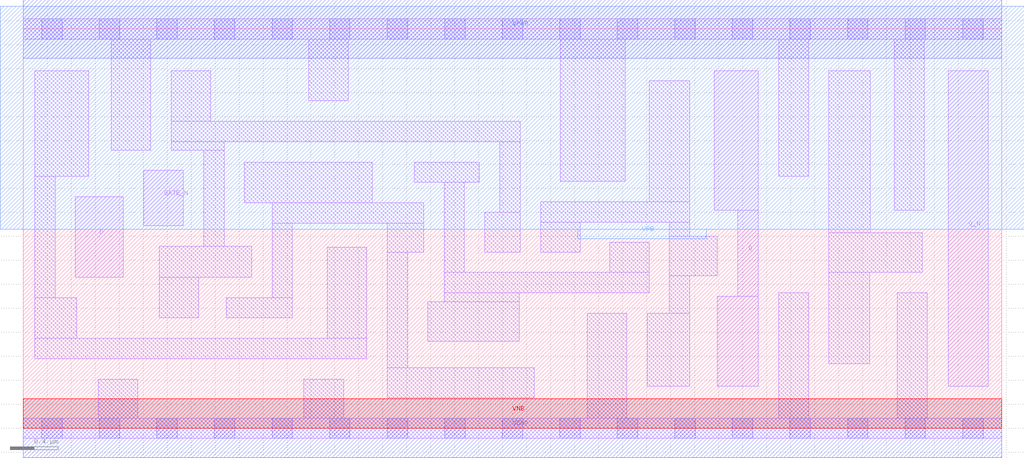
<source format=lef>
# Copyright 2020 The SkyWater PDK Authors
#
# Licensed under the Apache License, Version 2.0 (the "License");
# you may not use this file except in compliance with the License.
# You may obtain a copy of the License at
#
#     https://www.apache.org/licenses/LICENSE-2.0
#
# Unless required by applicable law or agreed to in writing, software
# distributed under the License is distributed on an "AS IS" BASIS,
# WITHOUT WARRANTIES OR CONDITIONS OF ANY KIND, either express or implied.
# See the License for the specific language governing permissions and
# limitations under the License.
#
# SPDX-License-Identifier: Apache-2.0

VERSION 5.7 ;
  NOWIREEXTENSIONATPIN ON ;
  DIVIDERCHAR "/" ;
  BUSBITCHARS "[]" ;
MACRO sky130_fd_sc_ls__dlxbn_1
  CLASS CORE ;
  FOREIGN sky130_fd_sc_ls__dlxbn_1 ;
  ORIGIN  0.000000  0.000000 ;
  SIZE  8.160000 BY  3.330000 ;
  SYMMETRY X Y ;
  SITE unit ;
  PIN D
    ANTENNAGATEAREA  0.208500 ;
    DIRECTION INPUT ;
    USE SIGNAL ;
    PORT
      LAYER li1 ;
        RECT 0.435000 1.260000 0.835000 1.930000 ;
    END
  END D
  PIN Q
    ANTENNADIFFAREA  0.524500 ;
    DIRECTION OUTPUT ;
    USE SIGNAL ;
    PORT
      LAYER li1 ;
        RECT 5.765000 1.820000 6.130000 2.980000 ;
        RECT 5.790000 0.350000 6.130000 1.100000 ;
        RECT 5.960000 1.100000 6.130000 1.820000 ;
    END
  END Q
  PIN Q_N
    ANTENNADIFFAREA  0.537600 ;
    DIRECTION OUTPUT ;
    USE SIGNAL ;
    PORT
      LAYER li1 ;
        RECT 7.715000 0.350000 8.050000 2.980000 ;
    END
  END Q_N
  PIN VNB
    PORT
      LAYER pwell ;
        RECT 0.000000 0.000000 8.160000 0.245000 ;
    END
  END VNB
  PIN VPB
    PORT
      LAYER nwell ;
        RECT -0.190000 1.660000 8.350000 3.520000 ;
        RECT  4.625000 1.580000 5.695000 1.660000 ;
    END
  END VPB
  PIN GATE_N
    ANTENNAGATEAREA  0.237000 ;
    DIRECTION INPUT ;
    USE CLOCK ;
    PORT
      LAYER li1 ;
        RECT 1.005000 1.690000 1.335000 2.150000 ;
    END
  END GATE_N
  PIN VGND
    DIRECTION INOUT ;
    SHAPE ABUTMENT ;
    USE GROUND ;
    PORT
      LAYER met1 ;
        RECT 0.000000 -0.245000 8.160000 0.245000 ;
    END
  END VGND
  PIN VPWR
    DIRECTION INOUT ;
    SHAPE ABUTMENT ;
    USE POWER ;
    PORT
      LAYER met1 ;
        RECT 0.000000 3.085000 8.160000 3.575000 ;
    END
  END VPWR
  OBS
    LAYER li1 ;
      RECT 0.000000 -0.085000 8.160000 0.085000 ;
      RECT 0.000000  3.245000 8.160000 3.415000 ;
      RECT 0.095000  0.580000 2.865000 0.750000 ;
      RECT 0.095000  0.750000 0.445000 1.090000 ;
      RECT 0.095000  1.090000 0.265000 2.100000 ;
      RECT 0.095000  2.100000 0.545000 2.980000 ;
      RECT 0.625000  0.085000 0.955000 0.410000 ;
      RECT 0.735000  2.320000 1.065000 3.245000 ;
      RECT 1.135000  0.920000 1.465000 1.260000 ;
      RECT 1.135000  1.260000 1.905000 1.520000 ;
      RECT 1.235000  2.320000 1.675000 2.390000 ;
      RECT 1.235000  2.390000 4.145000 2.560000 ;
      RECT 1.235000  2.560000 1.565000 2.980000 ;
      RECT 1.505000  1.520000 1.675000 2.320000 ;
      RECT 1.695000  0.920000 2.245000 1.090000 ;
      RECT 1.845000  1.880000 2.910000 2.220000 ;
      RECT 2.075000  1.090000 2.245000 1.710000 ;
      RECT 2.075000  1.710000 3.340000 1.880000 ;
      RECT 2.340000  0.085000 2.675000 0.410000 ;
      RECT 2.380000  2.730000 2.710000 3.245000 ;
      RECT 2.535000  0.750000 2.865000 1.510000 ;
      RECT 3.035000  0.255000 4.260000 0.505000 ;
      RECT 3.035000  0.505000 3.205000 1.470000 ;
      RECT 3.035000  1.470000 3.340000 1.710000 ;
      RECT 3.260000  2.050000 3.805000 2.220000 ;
      RECT 3.375000  0.725000 4.135000 1.055000 ;
      RECT 3.510000  1.055000 4.135000 1.130000 ;
      RECT 3.510000  1.130000 5.220000 1.300000 ;
      RECT 3.510000  1.300000 3.680000 2.050000 ;
      RECT 3.850000  1.470000 4.145000 1.800000 ;
      RECT 3.975000  1.800000 4.145000 2.390000 ;
      RECT 4.315000  1.470000 4.645000 1.720000 ;
      RECT 4.315000  1.720000 5.560000 1.890000 ;
      RECT 4.480000  2.060000 5.020000 3.245000 ;
      RECT 4.705000  0.085000 5.035000 0.960000 ;
      RECT 4.890000  1.300000 5.220000 1.550000 ;
      RECT 5.205000  0.350000 5.560000 0.960000 ;
      RECT 5.220000  1.890000 5.560000 2.900000 ;
      RECT 5.390000  0.960000 5.560000 1.270000 ;
      RECT 5.390000  1.270000 5.790000 1.600000 ;
      RECT 5.390000  1.600000 5.560000 1.720000 ;
      RECT 6.300000  0.085000 6.550000 1.130000 ;
      RECT 6.300000  2.100000 6.550000 3.245000 ;
      RECT 6.720000  0.540000 7.060000 1.300000 ;
      RECT 6.720000  1.300000 7.500000 1.630000 ;
      RECT 6.720000  1.630000 7.065000 2.980000 ;
      RECT 7.265000  1.820000 7.515000 3.245000 ;
      RECT 7.290000  0.085000 7.540000 1.130000 ;
    LAYER mcon ;
      RECT 0.155000 -0.085000 0.325000 0.085000 ;
      RECT 0.155000  3.245000 0.325000 3.415000 ;
      RECT 0.635000 -0.085000 0.805000 0.085000 ;
      RECT 0.635000  3.245000 0.805000 3.415000 ;
      RECT 1.115000 -0.085000 1.285000 0.085000 ;
      RECT 1.115000  3.245000 1.285000 3.415000 ;
      RECT 1.595000 -0.085000 1.765000 0.085000 ;
      RECT 1.595000  3.245000 1.765000 3.415000 ;
      RECT 2.075000 -0.085000 2.245000 0.085000 ;
      RECT 2.075000  3.245000 2.245000 3.415000 ;
      RECT 2.555000 -0.085000 2.725000 0.085000 ;
      RECT 2.555000  3.245000 2.725000 3.415000 ;
      RECT 3.035000 -0.085000 3.205000 0.085000 ;
      RECT 3.035000  3.245000 3.205000 3.415000 ;
      RECT 3.515000 -0.085000 3.685000 0.085000 ;
      RECT 3.515000  3.245000 3.685000 3.415000 ;
      RECT 3.995000 -0.085000 4.165000 0.085000 ;
      RECT 3.995000  3.245000 4.165000 3.415000 ;
      RECT 4.475000 -0.085000 4.645000 0.085000 ;
      RECT 4.475000  3.245000 4.645000 3.415000 ;
      RECT 4.955000 -0.085000 5.125000 0.085000 ;
      RECT 4.955000  3.245000 5.125000 3.415000 ;
      RECT 5.435000 -0.085000 5.605000 0.085000 ;
      RECT 5.435000  3.245000 5.605000 3.415000 ;
      RECT 5.915000 -0.085000 6.085000 0.085000 ;
      RECT 5.915000  3.245000 6.085000 3.415000 ;
      RECT 6.395000 -0.085000 6.565000 0.085000 ;
      RECT 6.395000  3.245000 6.565000 3.415000 ;
      RECT 6.875000 -0.085000 7.045000 0.085000 ;
      RECT 6.875000  3.245000 7.045000 3.415000 ;
      RECT 7.355000 -0.085000 7.525000 0.085000 ;
      RECT 7.355000  3.245000 7.525000 3.415000 ;
      RECT 7.835000 -0.085000 8.005000 0.085000 ;
      RECT 7.835000  3.245000 8.005000 3.415000 ;
  END
END sky130_fd_sc_ls__dlxbn_1
END LIBRARY

</source>
